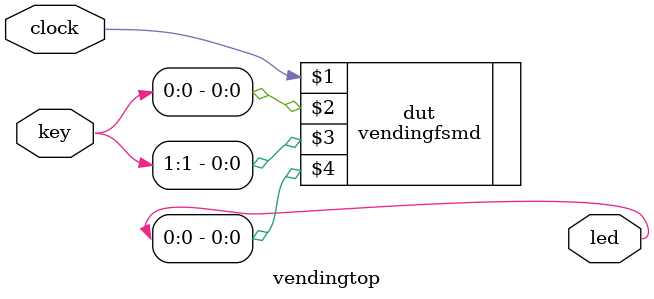
<source format=v>
module vendingtop(
		  input        clock,
		  input [3:0]  key,
		  output [9:0] led);

   vendingfsmd dut(clock, 
		   key[0], 
		   key[1], 
		   led[0]);

endmodule

</source>
